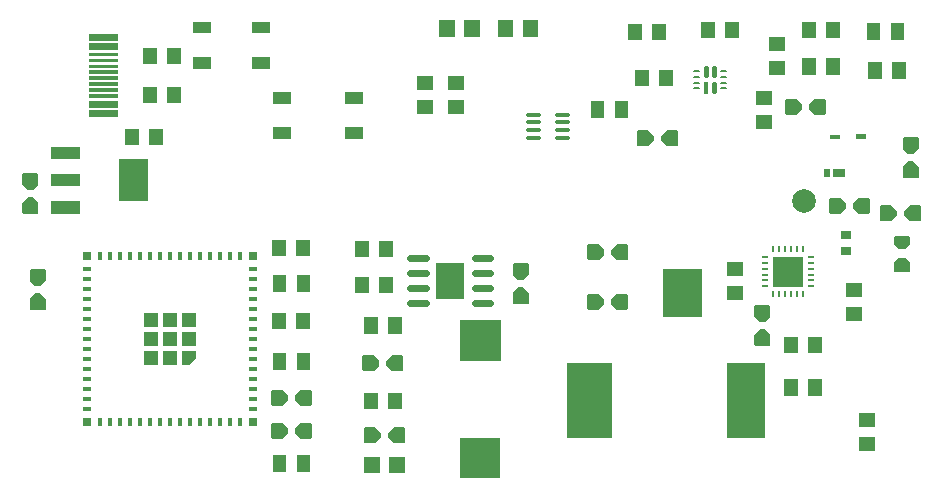
<source format=gtp>
G04 Layer: TopPasteMaskLayer*
G04 EasyEDA v6.4.19.4, 2021-06-11T02:13:33+02:00*
G04 afcd8683cfac40e295d78014fa455b8c,92d7176e1a3f4c55b0c7f3235df8e186,10*
G04 Gerber Generator version 0.2*
G04 Scale: 100 percent, Rotated: No, Reflected: No *
G04 Dimensions in millimeters *
G04 leading zeros omitted , absolute positions ,4 integer and 5 decimal *
%FSLAX45Y45*%
%MOMM*%

%ADD13C,0.2000*%
%ADD14C,0.4000*%
%ADD16C,0.3640*%
%ADD17C,0.6020*%
%ADD22C,2.0000*%
%ADD23R,1.1600X1.4500*%
%ADD24R,1.5000X1.0000*%
%ADD29R,0.2800X0.6330*%
%ADD30R,0.6330X0.2800*%
%ADD31R,2.5000X2.5000*%
%ADD34R,1.4500X1.1600*%
%ADD36R,3.5000X3.5000*%
%ADD39R,0.8450X0.4550*%
%ADD40R,2.4100X3.0980*%
%ADD43R,0.9000X0.8000*%
%ADD44R,0.4000X1.0500*%
%ADD45R,0.8000X0.4000*%
%ADD46R,0.8000X0.8000*%
%ADD48R,0.4000X0.8000*%

%LPD*%
G36*
X8196173Y3683863D02*
G01*
X8186166Y3673856D01*
X8186166Y3605123D01*
X8232952Y3566617D01*
X8277047Y3566617D01*
X8323834Y3605123D01*
X8323834Y3673856D01*
X8313826Y3683863D01*
G37*
G36*
X8232952Y3494582D02*
G01*
X8186166Y3456076D01*
X8186166Y3387344D01*
X8196173Y3377336D01*
X8313826Y3377336D01*
X8323834Y3387344D01*
X8323834Y3456076D01*
X8277047Y3494582D01*
G37*
G36*
X7016394Y3094482D02*
G01*
X7006386Y3084474D01*
X7006386Y2998216D01*
X7052309Y2950260D01*
X7095490Y2950260D01*
X7141413Y2998216D01*
X7141413Y3084474D01*
X7131405Y3094482D01*
G37*
G36*
X7052309Y2891739D02*
G01*
X7006386Y2843784D01*
X7006386Y2757525D01*
X7016394Y2747518D01*
X7131405Y2747518D01*
X7141413Y2757525D01*
X7141413Y2843784D01*
X7095490Y2891739D01*
G37*
G36*
X7887665Y4004513D02*
G01*
X7839760Y3958590D01*
X7839760Y3915410D01*
X7887665Y3869486D01*
X7973974Y3869486D01*
X7983981Y3879494D01*
X7983981Y3994505D01*
X7973974Y4004513D01*
G37*
G36*
X7647025Y4004513D02*
G01*
X7637018Y3994505D01*
X7637018Y3879494D01*
X7647025Y3869486D01*
X7733334Y3869486D01*
X7781239Y3915410D01*
X7781239Y3958590D01*
X7733334Y4004513D01*
G37*
G36*
X8319465Y3941013D02*
G01*
X8271560Y3895090D01*
X8271560Y3851910D01*
X8319465Y3805986D01*
X8405774Y3805986D01*
X8415782Y3815994D01*
X8415782Y3931005D01*
X8405774Y3941013D01*
G37*
G36*
X8078825Y3941013D02*
G01*
X8068818Y3931005D01*
X8068818Y3815994D01*
X8078825Y3805986D01*
X8165134Y3805986D01*
X8213039Y3851910D01*
X8213039Y3895090D01*
X8165134Y3941013D01*
G37*
G36*
X8309609Y4314139D02*
G01*
X8263686Y4266184D01*
X8263686Y4179925D01*
X8273694Y4169918D01*
X8388705Y4169918D01*
X8398713Y4179925D01*
X8398713Y4266184D01*
X8352790Y4314139D01*
G37*
G36*
X8273694Y4516882D02*
G01*
X8263686Y4506874D01*
X8263686Y4420616D01*
X8309609Y4372660D01*
X8352790Y4372660D01*
X8398713Y4420616D01*
X8398713Y4506874D01*
X8388705Y4516882D01*
G37*
G36*
X6021425Y4576013D02*
G01*
X6011418Y4566005D01*
X6011418Y4450994D01*
X6021425Y4440986D01*
X6107734Y4440986D01*
X6155639Y4486910D01*
X6155639Y4530090D01*
X6107734Y4576013D01*
G37*
G36*
X6262065Y4576013D02*
G01*
X6214160Y4530090D01*
X6214160Y4486910D01*
X6262065Y4440986D01*
X6348374Y4440986D01*
X6358382Y4450994D01*
X6358382Y4566005D01*
X6348374Y4576013D01*
G37*
G36*
X5842965Y3191713D02*
G01*
X5795060Y3145790D01*
X5795060Y3102610D01*
X5842965Y3056686D01*
X5929274Y3056686D01*
X5939282Y3066694D01*
X5939282Y3181705D01*
X5929274Y3191713D01*
G37*
G36*
X5602325Y3191713D02*
G01*
X5592318Y3181705D01*
X5592318Y3066694D01*
X5602325Y3056686D01*
X5688634Y3056686D01*
X5736539Y3102610D01*
X5736539Y3145790D01*
X5688634Y3191713D01*
G37*
G36*
X5842965Y3610813D02*
G01*
X5795060Y3564890D01*
X5795060Y3521710D01*
X5842965Y3475786D01*
X5929274Y3475786D01*
X5939282Y3485794D01*
X5939282Y3600805D01*
X5929274Y3610813D01*
G37*
G36*
X5602325Y3610813D02*
G01*
X5592318Y3600805D01*
X5592318Y3485794D01*
X5602325Y3475786D01*
X5688634Y3475786D01*
X5736539Y3521710D01*
X5736539Y3564890D01*
X5688634Y3610813D01*
G37*
G36*
X3937965Y2671013D02*
G01*
X3890060Y2625090D01*
X3890060Y2581910D01*
X3937965Y2535986D01*
X4024274Y2535986D01*
X4034282Y2545994D01*
X4034282Y2661005D01*
X4024274Y2671013D01*
G37*
G36*
X3697325Y2671013D02*
G01*
X3687318Y2661005D01*
X3687318Y2545994D01*
X3697325Y2535986D01*
X3783634Y2535986D01*
X3831539Y2581910D01*
X3831539Y2625090D01*
X3783634Y2671013D01*
G37*
G36*
X7278725Y4842713D02*
G01*
X7268718Y4832705D01*
X7268718Y4717694D01*
X7278725Y4707686D01*
X7365034Y4707686D01*
X7412939Y4753610D01*
X7412939Y4796790D01*
X7365034Y4842713D01*
G37*
G36*
X7519365Y4842713D02*
G01*
X7471460Y4796790D01*
X7471460Y4753610D01*
X7519365Y4707686D01*
X7605674Y4707686D01*
X7615681Y4717694D01*
X7615681Y4832705D01*
X7605674Y4842713D01*
G37*
G36*
X5007610Y3247339D02*
G01*
X4961686Y3199384D01*
X4961686Y3113125D01*
X4971694Y3103118D01*
X5086705Y3103118D01*
X5096713Y3113125D01*
X5096713Y3199384D01*
X5050790Y3247339D01*
G37*
G36*
X4971694Y3450082D02*
G01*
X4961686Y3440074D01*
X4961686Y3353815D01*
X5007610Y3305860D01*
X5050790Y3305860D01*
X5096713Y3353815D01*
X5096713Y3440074D01*
X5086705Y3450082D01*
G37*
G36*
X3950665Y2061413D02*
G01*
X3902760Y2015489D01*
X3902760Y1972310D01*
X3950665Y1926386D01*
X4036974Y1926386D01*
X4046982Y1936394D01*
X4046982Y2051405D01*
X4036974Y2061413D01*
G37*
G36*
X3710025Y2061413D02*
G01*
X3700018Y2051405D01*
X3700018Y1936394D01*
X3710025Y1926386D01*
X3796334Y1926386D01*
X3844239Y1972310D01*
X3844239Y2015489D01*
X3796334Y2061413D01*
G37*
G36*
X818794Y4212082D02*
G01*
X808786Y4202074D01*
X808786Y4115815D01*
X854710Y4067860D01*
X897890Y4067860D01*
X943813Y4115815D01*
X943813Y4202074D01*
X933805Y4212082D01*
G37*
G36*
X854710Y4009339D02*
G01*
X808786Y3961384D01*
X808786Y3875125D01*
X818794Y3865118D01*
X933805Y3865118D01*
X943813Y3875125D01*
X943813Y3961384D01*
X897890Y4009339D01*
G37*
G36*
X3163265Y2099513D02*
G01*
X3115360Y2053589D01*
X3115360Y2010410D01*
X3163265Y1964486D01*
X3249574Y1964486D01*
X3259582Y1974494D01*
X3259582Y2089505D01*
X3249574Y2099513D01*
G37*
G36*
X2922625Y2099513D02*
G01*
X2912618Y2089505D01*
X2912618Y1974494D01*
X2922625Y1964486D01*
X3008934Y1964486D01*
X3056839Y2010410D01*
X3056839Y2053589D01*
X3008934Y2099513D01*
G37*
G36*
X3163265Y2378913D02*
G01*
X3115360Y2332990D01*
X3115360Y2289810D01*
X3163265Y2243886D01*
X3249574Y2243886D01*
X3259582Y2253894D01*
X3259582Y2368905D01*
X3249574Y2378913D01*
G37*
G36*
X2922625Y2378913D02*
G01*
X2912618Y2368905D01*
X2912618Y2253894D01*
X2922625Y2243886D01*
X3008934Y2243886D01*
X3056839Y2289810D01*
X3056839Y2332990D01*
X3008934Y2378913D01*
G37*
G36*
X882294Y3399282D02*
G01*
X872286Y3389274D01*
X872286Y3303015D01*
X918210Y3255060D01*
X961390Y3255060D01*
X1007313Y3303015D01*
X1007313Y3389274D01*
X997305Y3399282D01*
G37*
G36*
X918210Y3196539D02*
G01*
X872286Y3148584D01*
X872286Y3062325D01*
X882294Y3052318D01*
X997305Y3052318D01*
X1007313Y3062325D01*
X1007313Y3148584D01*
X961390Y3196539D01*
G37*
D16*
X5336006Y4512589D02*
G01*
X5424804Y4512589D01*
X5336006Y4577587D02*
G01*
X5424804Y4577587D01*
X5336006Y4642586D02*
G01*
X5424804Y4642586D01*
X5336006Y4707610D02*
G01*
X5424804Y4707610D01*
X5090795Y4512589D02*
G01*
X5179593Y4512589D01*
X5090795Y4577587D02*
G01*
X5179593Y4577587D01*
X5090795Y4642586D02*
G01*
X5179593Y4642586D01*
X5090795Y4707610D02*
G01*
X5179593Y4707610D01*
D17*
X4227189Y3492500D02*
G01*
X4093291Y3492500D01*
X4227189Y3365500D02*
G01*
X4093291Y3365500D01*
X4227189Y3238500D02*
G01*
X4093291Y3238500D01*
X4227189Y3111500D02*
G01*
X4093291Y3111500D01*
X4771308Y3492500D02*
G01*
X4637410Y3492500D01*
X4771308Y3365500D02*
G01*
X4637410Y3365500D01*
X4771308Y3238500D02*
G01*
X4637410Y3238500D01*
X4771308Y3111500D02*
G01*
X4637410Y3111500D01*
D14*
X6664401Y4968811D02*
G01*
X6664401Y4903810D01*
X6664401Y5103812D02*
G01*
X6664401Y5038811D01*
X6594398Y5103812D02*
G01*
X6594398Y5038811D01*
D13*
X6724411Y4928793D02*
G01*
X6764411Y4928793D01*
X6724411Y4978806D02*
G01*
X6764411Y4978806D01*
X6724411Y5028793D02*
G01*
X6764411Y5028793D01*
X6724411Y5078806D02*
G01*
X6764411Y5078806D01*
X6494414Y5078806D02*
G01*
X6534414Y5078806D01*
X6494414Y5028793D02*
G01*
X6534414Y5028793D01*
X6494414Y4978806D02*
G01*
X6534414Y4978806D01*
X6494414Y4928793D02*
G01*
X6534414Y4928793D01*
D22*
G01*
X7429500Y3975100D03*
G36*
X5618899Y4822299D02*
G01*
X5734900Y4822299D01*
X5734900Y4677300D01*
X5618899Y4677300D01*
G37*
G36*
X5822099Y4822299D02*
G01*
X5938100Y4822299D01*
X5938100Y4677300D01*
X5822099Y4677300D01*
G37*
D24*
G01*
X3619690Y4549000D03*
G01*
X3009709Y4549000D03*
G01*
X3619690Y4848999D03*
G01*
X3009709Y4848999D03*
G36*
X5415099Y2603500D02*
G01*
X5796099Y2603500D01*
X5796099Y1968500D01*
X5415099Y1968500D01*
G37*
G36*
X6769600Y2603500D02*
G01*
X7099599Y2603500D01*
X7099599Y1968500D01*
X6769600Y1968500D01*
G37*
G36*
X6235600Y3403000D02*
G01*
X6565600Y3403000D01*
X6565600Y2997001D01*
X6235600Y2997001D01*
G37*
G36*
X3703574Y1809877D02*
G01*
X3833622Y1809877D01*
X3833622Y1669922D01*
X3703574Y1669922D01*
G37*
G36*
X3913631Y1809877D02*
G01*
X4043679Y1809877D01*
X4043679Y1669922D01*
X3913631Y1669922D01*
G37*
D29*
G01*
X7414793Y3569360D03*
G01*
X7364806Y3569360D03*
G01*
X7314793Y3569360D03*
G01*
X7264806Y3569360D03*
G01*
X7214793Y3569360D03*
G01*
X7164806Y3569360D03*
D30*
G01*
X7098639Y3503193D03*
G01*
X7098639Y3453206D03*
G01*
X7098639Y3403193D03*
G01*
X7098639Y3353206D03*
G01*
X7098639Y3303193D03*
G01*
X7098639Y3253206D03*
D29*
G01*
X7164806Y3187039D03*
G01*
X7214793Y3187039D03*
G01*
X7264806Y3187039D03*
G01*
X7314793Y3187039D03*
G01*
X7364806Y3187039D03*
G01*
X7414793Y3187039D03*
D30*
G01*
X7480960Y3253206D03*
G01*
X7480960Y3303193D03*
G01*
X7480960Y3353206D03*
G01*
X7480960Y3403193D03*
G01*
X7480960Y3453206D03*
G01*
X7480960Y3503193D03*
D31*
G01*
X7289800Y3378200D03*
G36*
X1615109Y5081904D02*
G01*
X1615109Y5051907D01*
X1370101Y5051907D01*
X1370101Y5081904D01*
G37*
G36*
X1615109Y5031892D02*
G01*
X1615109Y5001895D01*
X1370101Y5001895D01*
X1370101Y5031892D01*
G37*
G36*
X1615109Y4981905D02*
G01*
X1615109Y4951907D01*
X1370101Y4951907D01*
X1370101Y4981905D01*
G37*
G36*
X1615109Y5131892D02*
G01*
X1615109Y5101894D01*
X1370101Y5101894D01*
X1370101Y5131892D01*
G37*
G36*
X1615109Y4931892D02*
G01*
X1615109Y4901895D01*
X1370101Y4901895D01*
X1370101Y4931892D01*
G37*
G36*
X1615109Y5181904D02*
G01*
X1615109Y5151907D01*
X1370101Y5151907D01*
X1370101Y5181904D01*
G37*
G36*
X1615109Y4881905D02*
G01*
X1615109Y4851907D01*
X1370101Y4851907D01*
X1370101Y4881905D01*
G37*
G36*
X1615109Y5231892D02*
G01*
X1615109Y5201894D01*
X1370101Y5201894D01*
X1370101Y5231892D01*
G37*
G36*
X1615109Y5316905D02*
G01*
X1615109Y5256911D01*
X1370101Y5256911D01*
X1370101Y5316905D01*
G37*
G36*
X1615109Y4826888D02*
G01*
X1615109Y4766894D01*
X1370101Y4766894D01*
X1370101Y4826888D01*
G37*
G36*
X1615109Y5394401D02*
G01*
X1615109Y5334406D01*
X1370101Y5334406D01*
X1370101Y5394401D01*
G37*
G36*
X1615109Y4749393D02*
G01*
X1615109Y4689398D01*
X1370101Y4689398D01*
X1370101Y4749393D01*
G37*
G36*
X7593063Y4251401D02*
G01*
X7645062Y4251401D01*
X7645062Y4181398D01*
X7593063Y4181398D01*
G37*
G36*
X7670032Y4251401D02*
G01*
X7775031Y4251401D01*
X7775031Y4181398D01*
X7670032Y4181398D01*
G37*
D23*
G01*
X6819900Y5422900D03*
G01*
X6616700Y5422900D03*
G36*
X7409599Y5190599D02*
G01*
X7525600Y5190599D01*
X7525600Y5045600D01*
X7409599Y5045600D01*
G37*
G36*
X7612799Y5190599D02*
G01*
X7728800Y5190599D01*
X7728800Y5045600D01*
X7612799Y5045600D01*
G37*
G01*
X6197600Y5410200D03*
G01*
X5994400Y5410200D03*
G36*
X7955699Y5482699D02*
G01*
X8071700Y5482699D01*
X8071700Y5337700D01*
X7955699Y5337700D01*
G37*
G36*
X8158899Y5482699D02*
G01*
X8274900Y5482699D01*
X8274900Y5337700D01*
X8158899Y5337700D01*
G37*
G36*
X7968399Y5152499D02*
G01*
X8084400Y5152499D01*
X8084400Y5007500D01*
X7968399Y5007500D01*
G37*
G36*
X8171599Y5152499D02*
G01*
X8287600Y5152499D01*
X8287600Y5007500D01*
X8171599Y5007500D01*
G37*
D34*
G01*
X7200900Y5308600D03*
G01*
X7200900Y5105400D03*
D23*
G01*
X6261100Y5016500D03*
G01*
X6057900Y5016500D03*
G01*
X7670800Y5422900D03*
G01*
X7467600Y5422900D03*
D34*
G01*
X7086600Y4648200D03*
G01*
X7086600Y4851400D03*
G36*
X2926499Y1825099D02*
G01*
X3042500Y1825099D01*
X3042500Y1680100D01*
X2926499Y1680100D01*
G37*
G36*
X3129699Y1825099D02*
G01*
X3245700Y1825099D01*
X3245700Y1680100D01*
X3129699Y1680100D01*
G37*
D23*
G01*
X1943100Y4521200D03*
G01*
X1739900Y4521200D03*
D34*
G01*
X7962900Y1917700D03*
G01*
X7962900Y2120900D03*
G36*
X7257199Y2472799D02*
G01*
X7373200Y2472799D01*
X7373200Y2327800D01*
X7257199Y2327800D01*
G37*
G36*
X7460399Y2472799D02*
G01*
X7576400Y2472799D01*
X7576400Y2327800D01*
X7460399Y2327800D01*
G37*
G01*
X4483100Y4775200D03*
G01*
X4483100Y4978400D03*
G01*
X4216400Y4775200D03*
G01*
X4216400Y4978400D03*
D23*
G01*
X3187700Y2959100D03*
G01*
X2984500Y2959100D03*
G36*
X2926499Y2688699D02*
G01*
X3042500Y2688699D01*
X3042500Y2543700D01*
X2926499Y2543700D01*
G37*
G36*
X3129699Y2688699D02*
G01*
X3245700Y2688699D01*
X3245700Y2543700D01*
X3129699Y2543700D01*
G37*
G36*
X2926499Y3349099D02*
G01*
X3042500Y3349099D01*
X3042500Y3204100D01*
X2926499Y3204100D01*
G37*
G36*
X3129699Y3349099D02*
G01*
X3245700Y3349099D01*
X3245700Y3204100D01*
X3129699Y3204100D01*
G37*
G01*
X3187700Y3581400D03*
G01*
X2984500Y3581400D03*
G36*
X4511299Y2968706D02*
G01*
X4861300Y2968706D01*
X4861300Y2618704D01*
X4511299Y2618704D01*
G37*
D36*
G01*
X4686300Y1803704D03*
G36*
X1051499Y4435398D02*
G01*
X1051499Y4330400D01*
X1298000Y4330400D01*
X1298000Y4435398D01*
G37*
G36*
X1051499Y4205399D02*
G01*
X1051499Y4100400D01*
X1298000Y4100400D01*
X1298000Y4205399D01*
G37*
G36*
X1051499Y3975399D02*
G01*
X1051499Y3870401D01*
X1298000Y3870401D01*
X1298000Y3975399D01*
G37*
G36*
X1622999Y3975900D02*
G01*
X1622999Y4329899D01*
X1869500Y4329899D01*
X1869500Y3975900D01*
G37*
G36*
X7865300Y4498449D02*
G01*
X7865300Y4543950D01*
X7949801Y4543950D01*
X7949801Y4498449D01*
G37*
D39*
G01*
X7688046Y4521200D03*
G36*
X2253175Y5495792D02*
G01*
X2403035Y5495792D01*
X2403035Y5395970D01*
X2253175Y5395970D01*
G37*
G36*
X2253175Y5195818D02*
G01*
X2403035Y5195818D01*
X2403035Y5095996D01*
X2253175Y5095996D01*
G37*
G36*
X2753047Y5195818D02*
G01*
X2903161Y5195818D01*
X2903161Y5095996D01*
X2753047Y5095996D01*
G37*
G36*
X2753047Y5495792D02*
G01*
X2903161Y5495792D01*
X2903161Y5395970D01*
X2753047Y5395970D01*
G37*
D40*
G01*
X4432300Y3302000D03*
D43*
G01*
X7785100Y3689502D03*
G01*
X7785100Y3549497D03*
D44*
G01*
X6594398Y4936312D03*
G36*
X4338447Y5505577D02*
G01*
X4468495Y5505577D01*
X4468495Y5365622D01*
X4338447Y5365622D01*
G37*
G36*
X4548504Y5505577D02*
G01*
X4678552Y5505577D01*
X4678552Y5365622D01*
X4548504Y5365622D01*
G37*
D45*
G01*
X2757398Y2806725D03*
G01*
X2757398Y2892679D03*
G01*
X2757398Y2977514D03*
G01*
X2757398Y3062300D03*
G01*
X2757398Y3147110D03*
G01*
X2757398Y3231895D03*
G01*
X2757398Y3316681D03*
G01*
X2757398Y3401720D03*
G01*
X2757398Y2720720D03*
G01*
X2757398Y2635885D03*
G01*
X2757398Y2551099D03*
G01*
X2757398Y2466289D03*
G01*
X2757398Y2381504D03*
G01*
X2757398Y2296718D03*
G01*
X2757398Y2211704D03*
D46*
G01*
X2757398Y2106726D03*
G36*
X1997400Y2866699D02*
G01*
X2117399Y2866699D01*
X2117399Y2746700D01*
X1997400Y2746700D01*
G37*
G36*
X1837400Y2866699D02*
G01*
X1957400Y2866699D01*
X1957400Y2746700D01*
X1837400Y2746700D01*
G37*
G36*
X2157399Y2866699D02*
G01*
X2277399Y2866699D01*
X2277399Y2746700D01*
X2157399Y2746700D01*
G37*
G36*
X2157399Y3026699D02*
G01*
X2277399Y3026699D01*
X2277399Y2906699D01*
X2157399Y2906699D01*
G37*
G36*
X1837400Y3026699D02*
G01*
X1957400Y3026699D01*
X1957400Y2906699D01*
X1837400Y2906699D01*
G37*
G36*
X1997400Y3026699D02*
G01*
X2117399Y3026699D01*
X2117399Y2906699D01*
X1997400Y2906699D01*
G37*
G36*
X2157399Y2706700D02*
G01*
X2277399Y2706700D01*
X2277399Y2646700D01*
X2217399Y2586700D01*
X2157399Y2586700D01*
G37*
G36*
X1837400Y2706700D02*
G01*
X1957400Y2706700D01*
X1957400Y2586700D01*
X1837400Y2586700D01*
G37*
G36*
X1997400Y2706700D02*
G01*
X2117399Y2706700D01*
X2117399Y2586700D01*
X1997400Y2586700D01*
G37*
G01*
X1357401Y3506698D03*
D48*
G01*
X2652420Y3506723D03*
G01*
X2567406Y3506698D03*
G01*
X2482621Y3506698D03*
G01*
X2397836Y3506723D03*
G01*
X2313025Y3506723D03*
G01*
X2228215Y3506723D03*
G01*
X2143404Y3506723D03*
G01*
X1462404Y3506723D03*
G01*
X1547418Y3506698D03*
G01*
X1632229Y3506723D03*
G01*
X1717014Y3506723D03*
G01*
X1801825Y3506723D03*
G01*
X1886610Y3506723D03*
G01*
X1971420Y3506723D03*
G01*
X2057400Y3506723D03*
D46*
G01*
X1357401Y2106726D03*
D45*
G01*
X1357401Y2211704D03*
G01*
X1357401Y2296718D03*
G01*
X1357401Y2381504D03*
G01*
X1357401Y2466289D03*
G01*
X1357401Y2551099D03*
G01*
X1357401Y2635885D03*
G01*
X1357401Y2720720D03*
G01*
X1357401Y3401720D03*
G01*
X1357401Y3316681D03*
G01*
X1357401Y3231895D03*
G01*
X1357401Y3147110D03*
G01*
X1357401Y3062300D03*
G01*
X1357401Y2977514D03*
G01*
X1357401Y2892679D03*
G01*
X1357401Y2806725D03*
D48*
G01*
X2652420Y2106701D03*
G01*
X2567406Y2106701D03*
G01*
X2482621Y2106701D03*
G01*
X2397836Y2106701D03*
G01*
X2313025Y2106701D03*
G01*
X2228215Y2106701D03*
G01*
X2143404Y2106701D03*
G01*
X1462404Y2106701D03*
G01*
X1547418Y2106701D03*
G01*
X1632229Y2106701D03*
G01*
X1717014Y2106701D03*
G01*
X1801825Y2106701D03*
G01*
X1886610Y2106701D03*
G01*
X1971420Y2106701D03*
G01*
X2057400Y2106701D03*
D46*
G01*
X2757398Y3506698D03*
D23*
G01*
X2095500Y5207000D03*
G01*
X1892300Y5207000D03*
G01*
X2095500Y4876800D03*
G01*
X1892300Y4876800D03*
G36*
X3701199Y2993499D02*
G01*
X3817200Y2993499D01*
X3817200Y2848500D01*
X3701199Y2848500D01*
G37*
G36*
X3904399Y2993499D02*
G01*
X4020400Y2993499D01*
X4020400Y2848500D01*
X3904399Y2848500D01*
G37*
G01*
X3886200Y3263900D03*
G01*
X3683000Y3263900D03*
G01*
X3962400Y2286000D03*
G01*
X3759200Y2286000D03*
G01*
X3886200Y3568700D03*
G01*
X3683000Y3568700D03*
D34*
G01*
X6845300Y3200400D03*
G01*
X6845300Y3403600D03*
G01*
X7848600Y3225800D03*
G01*
X7848600Y3022600D03*
D23*
G01*
X7518400Y2755900D03*
G01*
X7315200Y2755900D03*
G36*
X4833747Y5505577D02*
G01*
X4963795Y5505577D01*
X4963795Y5365622D01*
X4833747Y5365622D01*
G37*
G36*
X5043804Y5505577D02*
G01*
X5173852Y5505577D01*
X5173852Y5365622D01*
X5043804Y5365622D01*
G37*
M02*

</source>
